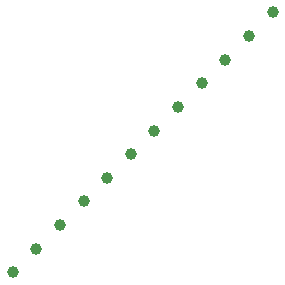
<source format=gbr>
G04 Examples for testing time performance of Gerber parsers*
%FSLAX26Y26*%
%MOMM*%
%ADD10C,1*%
%LPD*%
D10*
X0Y0D03*
X2000000Y2000000D03*
X4000000Y4000000D03*
X6000000Y6000000D03*
X8000000Y8000000D03*
X10000000Y10000000D03*
X12000000Y12000000D03*
X14000000Y14000000D03*
X16000000Y16000000D03*
X18000000Y18000000D03*
X20000000Y20000000D03*
X22000000Y22000000D03*
M02*

</source>
